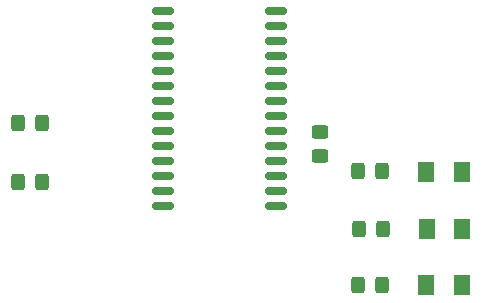
<source format=gtp>
G04 #@! TF.GenerationSoftware,KiCad,Pcbnew,(6.0.10)*
G04 #@! TF.CreationDate,2023-01-26T22:30:24-05:00*
G04 #@! TF.ProjectId,telemetry_transmitter,74656c65-6d65-4747-9279-5f7472616e73,rev?*
G04 #@! TF.SameCoordinates,Original*
G04 #@! TF.FileFunction,Paste,Top*
G04 #@! TF.FilePolarity,Positive*
%FSLAX46Y46*%
G04 Gerber Fmt 4.6, Leading zero omitted, Abs format (unit mm)*
G04 Created by KiCad (PCBNEW (6.0.10)) date 2023-01-26 22:30:24*
%MOMM*%
%LPD*%
G01*
G04 APERTURE LIST*
G04 Aperture macros list*
%AMRoundRect*
0 Rectangle with rounded corners*
0 $1 Rounding radius*
0 $2 $3 $4 $5 $6 $7 $8 $9 X,Y pos of 4 corners*
0 Add a 4 corners polygon primitive as box body*
4,1,4,$2,$3,$4,$5,$6,$7,$8,$9,$2,$3,0*
0 Add four circle primitives for the rounded corners*
1,1,$1+$1,$2,$3*
1,1,$1+$1,$4,$5*
1,1,$1+$1,$6,$7*
1,1,$1+$1,$8,$9*
0 Add four rect primitives between the rounded corners*
20,1,$1+$1,$2,$3,$4,$5,0*
20,1,$1+$1,$4,$5,$6,$7,0*
20,1,$1+$1,$6,$7,$8,$9,0*
20,1,$1+$1,$8,$9,$2,$3,0*%
G04 Aperture macros list end*
%ADD10RoundRect,0.250000X0.325000X0.450000X-0.325000X0.450000X-0.325000X-0.450000X0.325000X-0.450000X0*%
%ADD11RoundRect,0.250000X-0.450000X0.325000X-0.450000X-0.325000X0.450000X-0.325000X0.450000X0.325000X0*%
%ADD12RoundRect,0.150000X-0.750000X-0.150000X0.750000X-0.150000X0.750000X0.150000X-0.750000X0.150000X0*%
%ADD13RoundRect,0.250001X-0.462499X-0.624999X0.462499X-0.624999X0.462499X0.624999X-0.462499X0.624999X0*%
G04 APERTURE END LIST*
D10*
X193500000Y-97250000D03*
X191450000Y-97250000D03*
D11*
X217000000Y-97975000D03*
X217000000Y-100025000D03*
D10*
X193500000Y-102250000D03*
X191450000Y-102250000D03*
D12*
X203700000Y-87745000D03*
X203700000Y-89015000D03*
X203700000Y-90285000D03*
X203700000Y-91555000D03*
X203700000Y-92825000D03*
X203700000Y-94095000D03*
X203700000Y-95365000D03*
X203700000Y-96635000D03*
X203700000Y-97905000D03*
X203700000Y-99175000D03*
X203700000Y-100445000D03*
X203700000Y-101715000D03*
X203700000Y-102985000D03*
X203700000Y-104255000D03*
X213300000Y-104255000D03*
X213300000Y-102985000D03*
X213300000Y-101715000D03*
X213300000Y-100445000D03*
X213300000Y-99175000D03*
X213300000Y-97905000D03*
X213300000Y-96635000D03*
X213300000Y-95365000D03*
X213300000Y-94095000D03*
X213300000Y-92825000D03*
X213300000Y-91555000D03*
X213300000Y-90285000D03*
X213300000Y-89015000D03*
X213300000Y-87745000D03*
D13*
X226055000Y-106250000D03*
X229030000Y-106250000D03*
X226012500Y-101365000D03*
X228987500Y-101365000D03*
X226012500Y-111000000D03*
X228987500Y-111000000D03*
D10*
X222317500Y-106250000D03*
X220267500Y-106250000D03*
X222287500Y-101314360D03*
X220237500Y-101314360D03*
X222275000Y-111000000D03*
X220225000Y-111000000D03*
M02*

</source>
